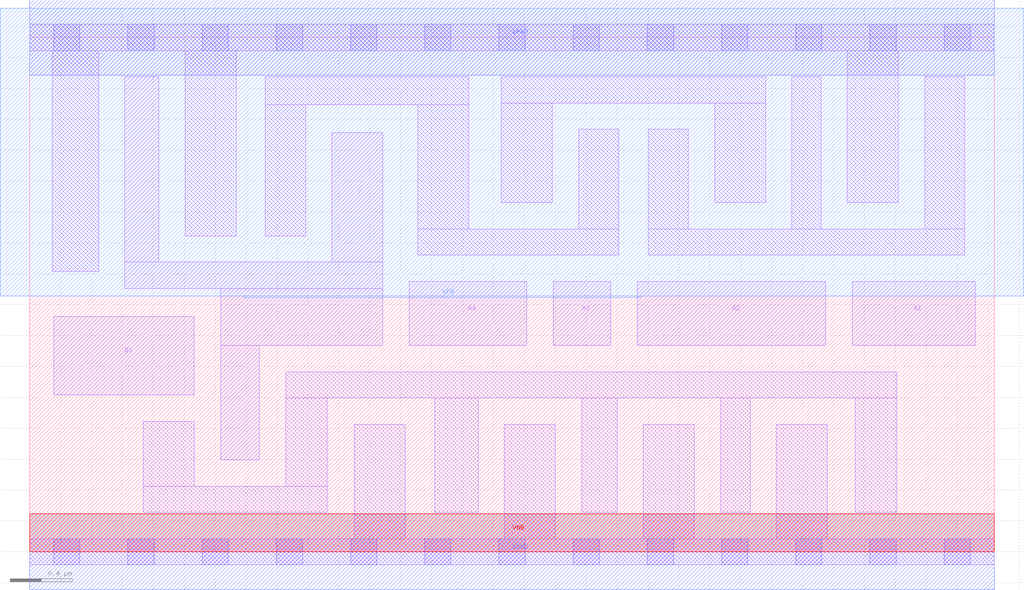
<source format=lef>
# Copyright 2020 The SkyWater PDK Authors
#
# Licensed under the Apache License, Version 2.0 (the "License");
# you may not use this file except in compliance with the License.
# You may obtain a copy of the License at
#
#     https://www.apache.org/licenses/LICENSE-2.0
#
# Unless required by applicable law or agreed to in writing, software
# distributed under the License is distributed on an "AS IS" BASIS,
# WITHOUT WARRANTIES OR CONDITIONS OF ANY KIND, either express or implied.
# See the License for the specific language governing permissions and
# limitations under the License.
#
# SPDX-License-Identifier: Apache-2.0

VERSION 5.7 ;
  NOWIREEXTENSIONATPIN ON ;
  DIVIDERCHAR "/" ;
  BUSBITCHARS "[]" ;
MACRO sky130_fd_sc_lp__o41ai_2
  CLASS CORE ;
  FOREIGN sky130_fd_sc_lp__o41ai_2 ;
  ORIGIN  0.000000  0.000000 ;
  SIZE  6.240000 BY  3.330000 ;
  SYMMETRY X Y R90 ;
  SITE unit ;
  PIN A1
    ANTENNAGATEAREA  0.630000 ;
    DIRECTION INPUT ;
    USE SIGNAL ;
    PORT
      LAYER li1 ;
        RECT 5.320000 1.335000 6.115000 1.750000 ;
    END
  END A1
  PIN A2
    ANTENNAGATEAREA  0.630000 ;
    DIRECTION INPUT ;
    USE SIGNAL ;
    PORT
      LAYER li1 ;
        RECT 3.930000 1.335000 5.150000 1.750000 ;
    END
  END A2
  PIN A3
    ANTENNAGATEAREA  0.630000 ;
    DIRECTION INPUT ;
    USE SIGNAL ;
    PORT
      LAYER li1 ;
        RECT 3.385000 1.335000 3.760000 1.750000 ;
    END
  END A3
  PIN A4
    ANTENNAGATEAREA  0.630000 ;
    DIRECTION INPUT ;
    USE SIGNAL ;
    PORT
      LAYER li1 ;
        RECT 2.455000 1.335000 3.215000 1.750000 ;
    END
  END A4
  PIN B1
    ANTENNAGATEAREA  0.630000 ;
    DIRECTION INPUT ;
    USE SIGNAL ;
    PORT
      LAYER li1 ;
        RECT 0.155000 1.015000 1.065000 1.525000 ;
    END
  END B1
  PIN Y
    ANTENNADIFFAREA  0.940800 ;
    DIRECTION OUTPUT ;
    USE SIGNAL ;
    PORT
      LAYER li1 ;
        RECT 0.615000 1.705000 2.285000 1.875000 ;
        RECT 0.615000 1.875000 0.835000 3.075000 ;
        RECT 1.235000 0.595000 1.485000 1.335000 ;
        RECT 1.235000 1.335000 2.285000 1.705000 ;
        RECT 1.955000 1.875000 2.285000 2.715000 ;
    END
  END Y
  PIN VGND
    DIRECTION INOUT ;
    USE GROUND ;
    PORT
      LAYER met1 ;
        RECT 0.000000 -0.245000 6.240000 0.245000 ;
    END
  END VGND
  PIN VNB
    DIRECTION INOUT ;
    USE GROUND ;
    PORT
      LAYER pwell ;
        RECT 0.000000 0.000000 6.240000 0.245000 ;
    END
  END VNB
  PIN VPB
    DIRECTION INOUT ;
    USE POWER ;
    PORT
      LAYER nwell ;
        RECT -0.190000 1.655000 6.430000 3.520000 ;
        RECT  1.385000 1.645000 3.950000 1.655000 ;
    END
  END VPB
  PIN VPWR
    DIRECTION INOUT ;
    USE POWER ;
    PORT
      LAYER met1 ;
        RECT 0.000000 3.085000 6.240000 3.575000 ;
    END
  END VPWR
  OBS
    LAYER li1 ;
      RECT 0.000000 -0.085000 6.240000 0.085000 ;
      RECT 0.000000  3.245000 6.240000 3.415000 ;
      RECT 0.145000  1.815000 0.445000 3.245000 ;
      RECT 0.735000  0.255000 1.925000 0.425000 ;
      RECT 0.735000  0.425000 1.065000 0.845000 ;
      RECT 1.005000  2.045000 1.335000 3.245000 ;
      RECT 1.525000  2.045000 1.785000 2.895000 ;
      RECT 1.525000  2.895000 2.840000 3.075000 ;
      RECT 1.655000  0.425000 1.925000 0.995000 ;
      RECT 1.655000  0.995000 5.610000 1.165000 ;
      RECT 2.100000  0.085000 2.430000 0.825000 ;
      RECT 2.510000  1.920000 3.810000 2.090000 ;
      RECT 2.510000  2.090000 2.840000 2.895000 ;
      RECT 2.620000  0.255000 2.900000 0.995000 ;
      RECT 3.050000  2.260000 3.380000 2.905000 ;
      RECT 3.050000  2.905000 4.760000 3.075000 ;
      RECT 3.070000  0.085000 3.400000 0.825000 ;
      RECT 3.550000  2.090000 3.810000 2.735000 ;
      RECT 3.570000  0.255000 3.800000 0.995000 ;
      RECT 3.970000  0.085000 4.300000 0.825000 ;
      RECT 4.000000  1.920000 6.050000 2.090000 ;
      RECT 4.000000  2.090000 4.260000 2.735000 ;
      RECT 4.430000  2.260000 4.760000 2.905000 ;
      RECT 4.470000  0.255000 4.660000 0.995000 ;
      RECT 4.830000  0.085000 5.160000 0.825000 ;
      RECT 4.930000  2.090000 5.120000 3.075000 ;
      RECT 5.290000  2.260000 5.620000 3.245000 ;
      RECT 5.340000  0.255000 5.610000 0.995000 ;
      RECT 5.790000  2.090000 6.050000 3.075000 ;
    LAYER mcon ;
      RECT 0.155000 -0.085000 0.325000 0.085000 ;
      RECT 0.155000  3.245000 0.325000 3.415000 ;
      RECT 0.635000 -0.085000 0.805000 0.085000 ;
      RECT 0.635000  3.245000 0.805000 3.415000 ;
      RECT 1.115000 -0.085000 1.285000 0.085000 ;
      RECT 1.115000  3.245000 1.285000 3.415000 ;
      RECT 1.595000 -0.085000 1.765000 0.085000 ;
      RECT 1.595000  3.245000 1.765000 3.415000 ;
      RECT 2.075000 -0.085000 2.245000 0.085000 ;
      RECT 2.075000  3.245000 2.245000 3.415000 ;
      RECT 2.555000 -0.085000 2.725000 0.085000 ;
      RECT 2.555000  3.245000 2.725000 3.415000 ;
      RECT 3.035000 -0.085000 3.205000 0.085000 ;
      RECT 3.035000  3.245000 3.205000 3.415000 ;
      RECT 3.515000 -0.085000 3.685000 0.085000 ;
      RECT 3.515000  3.245000 3.685000 3.415000 ;
      RECT 3.995000 -0.085000 4.165000 0.085000 ;
      RECT 3.995000  3.245000 4.165000 3.415000 ;
      RECT 4.475000 -0.085000 4.645000 0.085000 ;
      RECT 4.475000  3.245000 4.645000 3.415000 ;
      RECT 4.955000 -0.085000 5.125000 0.085000 ;
      RECT 4.955000  3.245000 5.125000 3.415000 ;
      RECT 5.435000 -0.085000 5.605000 0.085000 ;
      RECT 5.435000  3.245000 5.605000 3.415000 ;
      RECT 5.915000 -0.085000 6.085000 0.085000 ;
      RECT 5.915000  3.245000 6.085000 3.415000 ;
  END
END sky130_fd_sc_lp__o41ai_2
END LIBRARY

</source>
